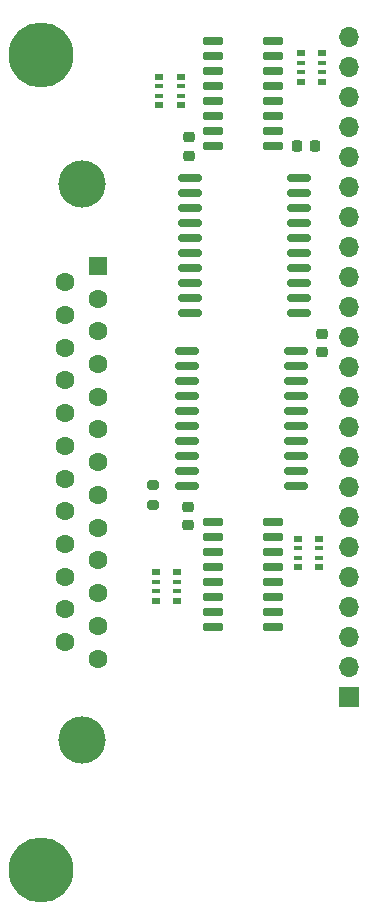
<source format=gbr>
%TF.GenerationSoftware,KiCad,Pcbnew,(6.0.11-0)*%
%TF.CreationDate,2023-05-17T23:02:26+12:00*%
%TF.ProjectId,controller-upper-cut,636f6e74-726f-46c6-9c65-722d75707065,3.2*%
%TF.SameCoordinates,PX1c9c380PY1312d00*%
%TF.FileFunction,Soldermask,Top*%
%TF.FilePolarity,Negative*%
%FSLAX46Y46*%
G04 Gerber Fmt 4.6, Leading zero omitted, Abs format (unit mm)*
G04 Created by KiCad (PCBNEW (6.0.11-0)) date 2023-05-17 23:02:26*
%MOMM*%
%LPD*%
G01*
G04 APERTURE LIST*
G04 Aperture macros list*
%AMRoundRect*
0 Rectangle with rounded corners*
0 $1 Rounding radius*
0 $2 $3 $4 $5 $6 $7 $8 $9 X,Y pos of 4 corners*
0 Add a 4 corners polygon primitive as box body*
4,1,4,$2,$3,$4,$5,$6,$7,$8,$9,$2,$3,0*
0 Add four circle primitives for the rounded corners*
1,1,$1+$1,$2,$3*
1,1,$1+$1,$4,$5*
1,1,$1+$1,$6,$7*
1,1,$1+$1,$8,$9*
0 Add four rect primitives between the rounded corners*
20,1,$1+$1,$2,$3,$4,$5,0*
20,1,$1+$1,$4,$5,$6,$7,0*
20,1,$1+$1,$6,$7,$8,$9,0*
20,1,$1+$1,$8,$9,$2,$3,0*%
G04 Aperture macros list end*
%ADD10R,0.800000X0.500000*%
%ADD11R,0.800000X0.400000*%
%ADD12RoundRect,0.150000X-0.875000X-0.150000X0.875000X-0.150000X0.875000X0.150000X-0.875000X0.150000X0*%
%ADD13C,5.500000*%
%ADD14RoundRect,0.225000X0.250000X-0.225000X0.250000X0.225000X-0.250000X0.225000X-0.250000X-0.225000X0*%
%ADD15RoundRect,0.225000X-0.250000X0.225000X-0.250000X-0.225000X0.250000X-0.225000X0.250000X0.225000X0*%
%ADD16RoundRect,0.225000X-0.225000X-0.250000X0.225000X-0.250000X0.225000X0.250000X-0.225000X0.250000X0*%
%ADD17RoundRect,0.150000X0.725000X0.150000X-0.725000X0.150000X-0.725000X-0.150000X0.725000X-0.150000X0*%
%ADD18C,4.000000*%
%ADD19R,1.600000X1.600000*%
%ADD20C,1.600000*%
%ADD21RoundRect,0.200000X-0.275000X0.200000X-0.275000X-0.200000X0.275000X-0.200000X0.275000X0.200000X0*%
%ADD22R,1.700000X1.700000*%
%ADD23O,1.700000X1.700000*%
G04 APERTURE END LIST*
D10*
%TO.C,RN2*%
X34000000Y-101889393D03*
D11*
X34000000Y-102689393D03*
X34000000Y-103489393D03*
D10*
X34000000Y-104289393D03*
X35800000Y-104289393D03*
D11*
X35800000Y-103489393D03*
X35800000Y-102689393D03*
D10*
X35800000Y-101889393D03*
%TD*%
D12*
%TO.C,U3*%
X36303560Y-125116833D03*
X36303560Y-126386833D03*
X36303560Y-127656833D03*
X36303560Y-128926833D03*
X36303560Y-130196833D03*
X36303560Y-131466833D03*
X36303560Y-132736833D03*
X36303560Y-134006833D03*
X36303560Y-135276833D03*
X36303560Y-136546833D03*
X45603560Y-136546833D03*
X45603560Y-135276833D03*
X45603560Y-134006833D03*
X45603560Y-132736833D03*
X45603560Y-131466833D03*
X45603560Y-130196833D03*
X45603560Y-128926833D03*
X45603560Y-127656833D03*
X45603560Y-126386833D03*
X45603560Y-125116833D03*
%TD*%
D13*
%TO.C,H1*%
X24000000Y-99992893D03*
%TD*%
D10*
%TO.C,RN3*%
X45700000Y-140992893D03*
D11*
X45700000Y-141792893D03*
X45700000Y-142592893D03*
D10*
X45700000Y-143392893D03*
X47500000Y-143392893D03*
D11*
X47500000Y-142592893D03*
X47500000Y-141792893D03*
D10*
X47500000Y-140992893D03*
%TD*%
%TO.C,RN1*%
X33700000Y-143833393D03*
D11*
X33700000Y-144633393D03*
X33700000Y-145433393D03*
D10*
X33700000Y-146233393D03*
X35500000Y-146233393D03*
D11*
X35500000Y-145433393D03*
X35500000Y-144633393D03*
D10*
X35500000Y-143833393D03*
%TD*%
D14*
%TO.C,C11*%
X47800000Y-125167893D03*
X47800000Y-123617893D03*
%TD*%
D15*
%TO.C,C10*%
X36544000Y-107009393D03*
X36544000Y-108559393D03*
%TD*%
D10*
%TO.C,RN4*%
X47800000Y-102292893D03*
D11*
X47800000Y-101492893D03*
X47800000Y-100692893D03*
D10*
X47800000Y-99892893D03*
X46000000Y-99892893D03*
D11*
X46000000Y-100692893D03*
X46000000Y-101492893D03*
D10*
X46000000Y-102292893D03*
%TD*%
D16*
%TO.C,C12*%
X45650000Y-107739393D03*
X47200000Y-107739393D03*
%TD*%
D17*
%TO.C,U5*%
X43654000Y-107739393D03*
X43654000Y-106469393D03*
X43654000Y-105199393D03*
X43654000Y-103929393D03*
X43654000Y-102659393D03*
X43654000Y-101389393D03*
X43654000Y-100119393D03*
X43654000Y-98849393D03*
X38504000Y-98849393D03*
X38504000Y-100119393D03*
X38504000Y-101389393D03*
X38504000Y-102659393D03*
X38504000Y-103929393D03*
X38504000Y-105199393D03*
X38504000Y-106469393D03*
X38504000Y-107739393D03*
%TD*%
D13*
%TO.C,H2*%
X24000000Y-168992893D03*
%TD*%
D18*
%TO.C,J6*%
X27410331Y-158057893D03*
X27410331Y-110957893D03*
D19*
X28830331Y-117887893D03*
D20*
X28830331Y-120657893D03*
X28830331Y-123427893D03*
X28830331Y-126197893D03*
X28830331Y-128967893D03*
X28830331Y-131737893D03*
X28830331Y-134507893D03*
X28830331Y-137277893D03*
X28830331Y-140047893D03*
X28830331Y-142817893D03*
X28830331Y-145587893D03*
X28830331Y-148357893D03*
X28830331Y-151127893D03*
X25990331Y-119272893D03*
X25990331Y-122042893D03*
X25990331Y-124812893D03*
X25990331Y-127582893D03*
X25990331Y-130352893D03*
X25990331Y-133122893D03*
X25990331Y-135892893D03*
X25990331Y-138662893D03*
X25990331Y-141432893D03*
X25990331Y-144202893D03*
X25990331Y-146972893D03*
X25990331Y-149742893D03*
%TD*%
D21*
%TO.C,R13*%
X33500000Y-136467893D03*
X33500000Y-138117893D03*
%TD*%
D17*
%TO.C,U4*%
X43654000Y-148466393D03*
X43654000Y-147196393D03*
X43654000Y-145926393D03*
X43654000Y-144656393D03*
X43654000Y-143386393D03*
X43654000Y-142116393D03*
X43654000Y-140846393D03*
X43654000Y-139576393D03*
X38504000Y-139576393D03*
X38504000Y-140846393D03*
X38504000Y-142116393D03*
X38504000Y-143386393D03*
X38504000Y-144656393D03*
X38504000Y-145926393D03*
X38504000Y-147196393D03*
X38504000Y-148466393D03*
%TD*%
D14*
%TO.C,C9*%
X36400000Y-139861006D03*
X36400000Y-138311006D03*
%TD*%
D12*
%TO.C,U2*%
X36553560Y-110445833D03*
X36553560Y-111715833D03*
X36553560Y-112985833D03*
X36553560Y-114255833D03*
X36553560Y-115525833D03*
X36553560Y-116795833D03*
X36553560Y-118065833D03*
X36553560Y-119335833D03*
X36553560Y-120605833D03*
X36553560Y-121875833D03*
X45853560Y-121875833D03*
X45853560Y-120605833D03*
X45853560Y-119335833D03*
X45853560Y-118065833D03*
X45853560Y-116795833D03*
X45853560Y-115525833D03*
X45853560Y-114255833D03*
X45853560Y-112985833D03*
X45853560Y-111715833D03*
X45853560Y-110445833D03*
%TD*%
D22*
%TO.C,J1*%
X50063000Y-154417000D03*
D23*
X50063000Y-151877000D03*
X50063000Y-149337000D03*
X50063000Y-146797000D03*
X50063000Y-144257000D03*
X50063000Y-141717000D03*
X50063000Y-139177000D03*
X50063000Y-136637000D03*
X50063000Y-134097000D03*
X50063000Y-131557000D03*
X50063000Y-129017000D03*
X50063000Y-126477000D03*
X50063000Y-123937000D03*
X50063000Y-121397000D03*
X50063000Y-118857000D03*
X50063000Y-116317000D03*
X50063000Y-113777000D03*
X50063000Y-111237000D03*
X50063000Y-108697000D03*
X50063000Y-106157000D03*
X50063000Y-103617000D03*
X50063000Y-101077000D03*
X50063000Y-98537000D03*
%TD*%
M02*

</source>
